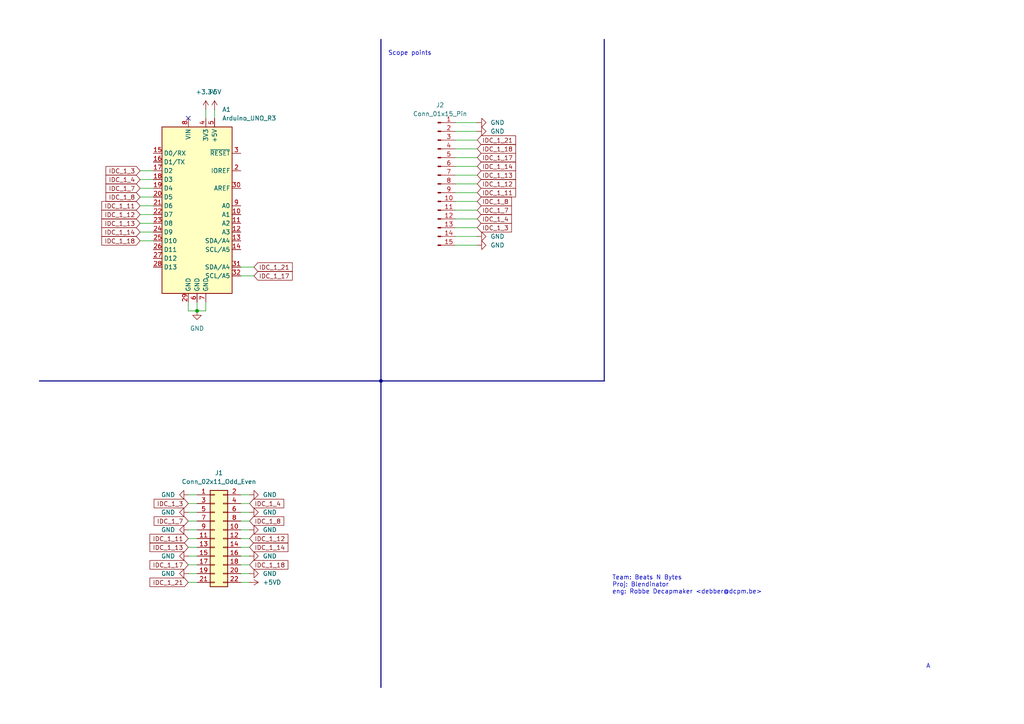
<source format=kicad_sch>
(kicad_sch (version 20231120) (generator "eeschema") (generator_version "8.0")
  (paper "A4")
  (lib_symbols
    (symbol "Connector:Conn_01x15_Pin" (pin_names (offset 1.016) hide)
      (property "Reference" "J" (at 0 20.32 0))
      (property "Value" "Conn_01x15_Pin" (at 0 -20.32 0))
      (symbol "Conn_01x15_Pin_1_1"
        (polyline (pts (xy 1.27 -17.78) (xy 0.8636 -17.78)) (stroke (width 0.1524)))
        (polyline (pts (xy 1.27 -15.24) (xy 0.8636 -15.24)) (stroke (width 0.1524)))
        (polyline (pts (xy 1.27 -12.7) (xy 0.8636 -12.7)) (stroke (width 0.1524)))
        (polyline (pts (xy 1.27 -10.16) (xy 0.8636 -10.16)) (stroke (width 0.1524)))
        (polyline (pts (xy 1.27 -7.62) (xy 0.8636 -7.62)) (stroke (width 0.1524)))
        (polyline (pts (xy 1.27 -5.08) (xy 0.8636 -5.08)) (stroke (width 0.1524)))
        (polyline (pts (xy 1.27 -2.54) (xy 0.8636 -2.54)) (stroke (width 0.1524)))
        (polyline (pts (xy 1.27 0) (xy 0.8636 0)) (stroke (width 0.1524)))
        (polyline (pts (xy 1.27 2.54) (xy 0.8636 2.54)) (stroke (width 0.1524)))
        (polyline (pts (xy 1.27 5.08) (xy 0.8636 5.08)) (stroke (width 0.1524)))
        (polyline (pts (xy 1.27 7.62) (xy 0.8636 7.62)) (stroke (width 0.1524)))
        (polyline (pts (xy 1.27 10.16) (xy 0.8636 10.16)) (stroke (width 0.1524)))
        (polyline (pts (xy 1.27 12.7) (xy 0.8636 12.7)) (stroke (width 0.1524)))
        (polyline (pts (xy 1.27 15.24) (xy 0.8636 15.24)) (stroke (width 0.1524)))
        (polyline (pts (xy 1.27 17.78) (xy 0.8636 17.78)) (stroke (width 0.1524)))
        (rectangle (start 0.8636 -17.653) (end 0 -17.907) (stroke (width 0.1524)) (fill (type outline)))
        (rectangle (start 0.8636 -15.113) (end 0 -15.367) (stroke (width 0.1524)) (fill (type outline)))
        (rectangle (start 0.8636 -12.573) (end 0 -12.827) (stroke (width 0.1524)) (fill (type outline)))
        (rectangle (start 0.8636 -10.033) (end 0 -10.287) (stroke (width 0.1524)) (fill (type outline)))
        (rectangle (start 0.8636 -7.493) (end 0 -7.747) (stroke (width 0.1524)) (fill (type outline)))
        (rectangle (start 0.8636 -4.953) (end 0 -5.207) (stroke (width 0.1524)) (fill (type outline)))
        (rectangle (start 0.8636 -2.413) (end 0 -2.667) (stroke (width 0.1524)) (fill (type outline)))
        (rectangle (start 0.8636 0.127) (end 0 -0.127) (stroke (width 0.1524)) (fill (type outline)))
        (rectangle (start 0.8636 2.667) (end 0 2.413) (stroke (width 0.1524)) (fill (type outline)))
        (rectangle (start 0.8636 5.207) (end 0 4.953) (stroke (width 0.1524)) (fill (type outline)))
        (rectangle (start 0.8636 7.747) (end 0 7.493) (stroke (width 0.1524)) (fill (type outline)))
        (rectangle (start 0.8636 10.287) (end 0 10.033) (stroke (width 0.1524)) (fill (type outline)))
        (rectangle (start 0.8636 12.827) (end 0 12.573) (stroke (width 0.1524)) (fill (type outline)))
        (rectangle (start 0.8636 15.367) (end 0 15.113) (stroke (width 0.1524)) (fill (type outline)))
        (rectangle (start 0.8636 17.907) (end 0 17.653) (stroke (width 0.1524)) (fill (type outline)))
        (pin passive line (at 5.08 17.78 180) (length 3.81) (name "Pin_1") (number "1"))
        (pin passive line (at 5.08 -5.08 180) (length 3.81) (name "Pin_10") (number "10"))
        (pin passive line (at 5.08 -7.62 180) (length 3.81) (name "Pin_11") (number "11"))
        (pin passive line (at 5.08 -10.16 180) (length 3.81) (name "Pin_12") (number "12"))
        (pin passive line (at 5.08 -12.7 180) (length 3.81) (name "Pin_13") (number "13"))
        (pin passive line (at 5.08 -15.24 180) (length 3.81) (name "Pin_14") (number "14"))
        (pin passive line (at 5.08 -17.78 180) (length 3.81) (name "Pin_15") (number "15"))
        (pin passive line (at 5.08 15.24 180) (length 3.81) (name "Pin_2") (number "2"))
        (pin passive line (at 5.08 12.7 180) (length 3.81) (name "Pin_3") (number "3"))
        (pin passive line (at 5.08 10.16 180) (length 3.81) (name "Pin_4") (number "4"))
        (pin passive line (at 5.08 7.62 180) (length 3.81) (name "Pin_5") (number "5"))
        (pin passive line (at 5.08 5.08 180) (length 3.81) (name "Pin_6") (number "6"))
        (pin passive line (at 5.08 2.54 180) (length 3.81) (name "Pin_7") (number "7"))
        (pin passive line (at 5.08 0 180) (length 3.81) (name "Pin_8") (number "8"))
        (pin passive line (at 5.08 -2.54 180) (length 3.81) (name "Pin_9") (number "9"))
      )
    )
    (symbol "Connector_Generic:Conn_02x11_Odd_Even" (pin_names (offset 1.016) hide)
      (property "Reference" "J" (at 1.27 15.24 0))
      (property "Value" "Conn_02x11_Odd_Even" (at 1.27 -15.24 0))
      (symbol "Conn_02x11_Odd_Even_1_1"
        (rectangle (start -1.27 -12.573) (end 0 -12.827) (stroke (width 0.1524)))
        (rectangle (start -1.27 -10.033) (end 0 -10.287) (stroke (width 0.1524)))
        (rectangle (start -1.27 -7.493) (end 0 -7.747) (stroke (width 0.1524)))
        (rectangle (start -1.27 -4.953) (end 0 -5.207) (stroke (width 0.1524)))
        (rectangle (start -1.27 -2.413) (end 0 -2.667) (stroke (width 0.1524)))
        (rectangle (start -1.27 0.127) (end 0 -0.127) (stroke (width 0.1524)))
        (rectangle (start -1.27 2.667) (end 0 2.413) (stroke (width 0.1524)))
        (rectangle (start -1.27 5.207) (end 0 4.953) (stroke (width 0.1524)))
        (rectangle (start -1.27 7.747) (end 0 7.493) (stroke (width 0.1524)))
        (rectangle (start -1.27 10.287) (end 0 10.033) (stroke (width 0.1524)))
        (rectangle (start -1.27 12.827) (end 0 12.573) (stroke (width 0.1524)))
        (rectangle (start -1.27 13.97) (end 3.81 -13.97) (stroke (width 0.254)) (fill (type background)))
        (rectangle (start 3.81 -12.573) (end 2.54 -12.827) (stroke (width 0.1524)))
        (rectangle (start 3.81 -10.033) (end 2.54 -10.287) (stroke (width 0.1524)))
        (rectangle (start 3.81 -7.493) (end 2.54 -7.747) (stroke (width 0.1524)))
        (rectangle (start 3.81 -4.953) (end 2.54 -5.207) (stroke (width 0.1524)))
        (rectangle (start 3.81 -2.413) (end 2.54 -2.667) (stroke (width 0.1524)))
        (rectangle (start 3.81 0.127) (end 2.54 -0.127) (stroke (width 0.1524)))
        (rectangle (start 3.81 2.667) (end 2.54 2.413) (stroke (width 0.1524)))
        (rectangle (start 3.81 5.207) (end 2.54 4.953) (stroke (width 0.1524)))
        (rectangle (start 3.81 7.747) (end 2.54 7.493) (stroke (width 0.1524)))
        (rectangle (start 3.81 10.287) (end 2.54 10.033) (stroke (width 0.1524)))
        (rectangle (start 3.81 12.827) (end 2.54 12.573) (stroke (width 0.1524)))
        (pin passive line (at -5.08 12.7 0) (length 3.81) (name "Pin_1") (number "1"))
        (pin passive line (at 7.62 2.54 180) (length 3.81) (name "Pin_10") (number "10"))
        (pin passive line (at -5.08 0 0) (length 3.81) (name "Pin_11") (number "11"))
        (pin passive line (at 7.62 0 180) (length 3.81) (name "Pin_12") (number "12"))
        (pin passive line (at -5.08 -2.54 0) (length 3.81) (name "Pin_13") (number "13"))
        (pin passive line (at 7.62 -2.54 180) (length 3.81) (name "Pin_14") (number "14"))
        (pin passive line (at -5.08 -5.08 0) (length 3.81) (name "Pin_15") (number "15"))
        (pin passive line (at 7.62 -5.08 180) (length 3.81) (name "Pin_16") (number "16"))
        (pin passive line (at -5.08 -7.62 0) (length 3.81) (name "Pin_17") (number "17"))
        (pin passive line (at 7.62 -7.62 180) (length 3.81) (name "Pin_18") (number "18"))
        (pin passive line (at -5.08 -10.16 0) (length 3.81) (name "Pin_19") (number "19"))
        (pin passive line (at 7.62 12.7 180) (length 3.81) (name "Pin_2") (number "2"))
        (pin passive line (at 7.62 -10.16 180) (length 3.81) (name "Pin_20") (number "20"))
        (pin passive line (at -5.08 -12.7 0) (length 3.81) (name "Pin_21") (number "21"))
        (pin passive line (at 7.62 -12.7 180) (length 3.81) (name "Pin_22") (number "22"))
        (pin passive line (at -5.08 10.16 0) (length 3.81) (name "Pin_3") (number "3"))
        (pin passive line (at 7.62 10.16 180) (length 3.81) (name "Pin_4") (number "4"))
        (pin passive line (at -5.08 7.62 0) (length 3.81) (name "Pin_5") (number "5"))
        (pin passive line (at 7.62 7.62 180) (length 3.81) (name "Pin_6") (number "6"))
        (pin passive line (at -5.08 5.08 0) (length 3.81) (name "Pin_7") (number "7"))
        (pin passive line (at 7.62 5.08 180) (length 3.81) (name "Pin_8") (number "8"))
        (pin passive line (at -5.08 2.54 0) (length 3.81) (name "Pin_9") (number "9"))
      )
    )
    (symbol "MCU_Module:Arduino_UNO_R3"
      (property "Reference" "A" (at -10.16 23.495 0))
      (property "Value" "Arduino_UNO_R3" (at 5.08 -26.67 0))
      (symbol "Arduino_UNO_R3_0_1"
        (rectangle (start -10.16 22.86) (end 10.16 -25.4) (stroke (width 0.254)) (fill (type background)))
      )
      (symbol "Arduino_UNO_R3_1_1"
        (pin no_connect line (at -10.16 -20.32 0) (length 2.54) hide (name "NC") (number "1"))
        (pin bidirectional line (at 12.7 -2.54 180) (length 2.54) (name "A1") (number "10"))
        (pin bidirectional line (at 12.7 -5.08 180) (length 2.54) (name "A2") (number "11"))
        (pin bidirectional line (at 12.7 -7.62 180) (length 2.54) (name "A3") (number "12"))
        (pin bidirectional line (at 12.7 -10.16 180) (length 2.54) (name "SDA/A4") (number "13"))
        (pin bidirectional line (at 12.7 -12.7 180) (length 2.54) (name "SCL/A5") (number "14"))
        (pin bidirectional line (at -12.7 15.24 0) (length 2.54) (name "D0/RX") (number "15"))
        (pin bidirectional line (at -12.7 12.7 0) (length 2.54) (name "D1/TX") (number "16"))
        (pin bidirectional line (at -12.7 10.16 0) (length 2.54) (name "D2") (number "17"))
        (pin bidirectional line (at -12.7 7.62 0) (length 2.54) (name "D3") (number "18"))
        (pin bidirectional line (at -12.7 5.08 0) (length 2.54) (name "D4") (number "19"))
        (pin output line (at 12.7 10.16 180) (length 2.54) (name "IOREF") (number "2"))
        (pin bidirectional line (at -12.7 2.54 0) (length 2.54) (name "D5") (number "20"))
        (pin bidirectional line (at -12.7 0 0) (length 2.54) (name "D6") (number "21"))
        (pin bidirectional line (at -12.7 -2.54 0) (length 2.54) (name "D7") (number "22"))
        (pin bidirectional line (at -12.7 -5.08 0) (length 2.54) (name "D8") (number "23"))
        (pin bidirectional line (at -12.7 -7.62 0) (length 2.54) (name "D9") (number "24"))
        (pin bidirectional line (at -12.7 -10.16 0) (length 2.54) (name "D10") (number "25"))
        (pin bidirectional line (at -12.7 -12.7 0) (length 2.54) (name "D11") (number "26"))
        (pin bidirectional line (at -12.7 -15.24 0) (length 2.54) (name "D12") (number "27"))
        (pin bidirectional line (at -12.7 -17.78 0) (length 2.54) (name "D13") (number "28"))
        (pin power_in line (at -2.54 -27.94 90) (length 2.54) (name "GND") (number "29"))
        (pin input line (at 12.7 15.24 180) (length 2.54) (name "~{RESET}") (number "3"))
        (pin input line (at 12.7 5.08 180) (length 2.54) (name "AREF") (number "30"))
        (pin bidirectional line (at 12.7 -17.78 180) (length 2.54) (name "SDA/A4") (number "31"))
        (pin bidirectional line (at 12.7 -20.32 180) (length 2.54) (name "SCL/A5") (number "32"))
        (pin power_out line (at 2.54 25.4 270) (length 2.54) (name "3V3") (number "4"))
        (pin power_out line (at 5.08 25.4 270) (length 2.54) (name "+5V") (number "5"))
        (pin power_in line (at 0 -27.94 90) (length 2.54) (name "GND") (number "6"))
        (pin power_in line (at 2.54 -27.94 90) (length 2.54) (name "GND") (number "7"))
        (pin power_in line (at -2.54 25.4 270) (length 2.54) (name "VIN") (number "8"))
        (pin bidirectional line (at 12.7 0 180) (length 2.54) (name "A0") (number "9"))
      )
    )
    (symbol "power:+3.3V" (power) (pin_numbers hide) (pin_names (offset 0) hide)
      (property "Value" "+3.3V" (at 0 3.556 0))
      (symbol "+3.3V_0_1"
        (polyline (pts (xy -0.762 1.27) (xy 0 2.54)))
        (polyline (pts (xy 0 0) (xy 0 2.54)))
        (polyline (pts (xy 0 2.54) (xy 0.762 1.27)))
      )
      (symbol "+3.3V_1_1"
        (pin power_in line (at 0 0 90) (length 0) (name "~") (number "1"))
      )
    )
    (symbol "power:+5V" (power) (pin_numbers hide) (pin_names (offset 0) hide)
      (property "Value" "+5V" (at 0 3.556 0))
      (symbol "+5V_0_1"
        (polyline (pts (xy -0.762 1.27) (xy 0 2.54)))
        (polyline (pts (xy 0 0) (xy 0 2.54)))
        (polyline (pts (xy 0 2.54) (xy 0.762 1.27)))
      )
      (symbol "+5V_1_1"
        (pin power_in line (at 0 0 90) (length 0) (name "~") (number "1"))
      )
    )
    (symbol "power:+5VD" (power) (pin_numbers hide) (pin_names (offset 0) hide)
      (property "Value" "+5VD" (at 0 3.556 0))
      (symbol "+5VD_0_1"
        (polyline (pts (xy -0.762 1.27) (xy 0 2.54)))
        (polyline (pts (xy 0 0) (xy 0 2.54)))
        (polyline (pts (xy 0 2.54) (xy 0.762 1.27)))
      )
      (symbol "+5VD_1_1"
        (pin power_in line (at 0 0 90) (length 0) (name "~") (number "1"))
      )
    )
    (symbol "power:GND" (power) (pin_numbers hide) (pin_names (offset 0) hide)
      (property "Value" "GND" (at 0 -3.81 0))
      (symbol "GND_0_1"
        (polyline (pts (xy 0 0) (xy 0 -1.27) (xy 1.27 -1.27) (xy 0 -2.54) (xy -1.27 -1.27) (xy 0 -1.27)))
      )
      (symbol "GND_1_1"
        (pin power_in line (at 0 0 270) (length 0) (name "~") (number "1"))
      )
    )
  )
  (junction (at 57.15 90.17))
  (junction (at 110.49 110.49))
  (no_connect (at 54.61 34.29))
  (wire (pts (xy 40.64 57.15) (xy 44.45 57.15)))
  (wire (pts (xy 69.85 163.83) (xy 72.39 163.83)))
  (bus (pts (xy 110.49 110.49) (xy 175.26 110.49)))
  (wire (pts (xy 132.08 53.34) (xy 138.43 53.34)))
  (wire (pts (xy 54.61 146.05) (xy 57.15 146.05)))
  (wire (pts (xy 69.85 146.05) (xy 72.39 146.05)))
  (wire (pts (xy 57.15 87.63) (xy 57.15 90.17)))
  (wire (pts (xy 40.64 67.31) (xy 44.45 67.31)))
  (wire (pts (xy 59.69 87.63) (xy 59.69 90.17)))
  (wire (pts (xy 54.61 168.91) (xy 57.15 168.91)))
  (wire (pts (xy 40.64 62.23) (xy 44.45 62.23)))
  (wire (pts (xy 132.08 38.1) (xy 138.43 38.1)))
  (wire (pts (xy 132.08 58.42) (xy 138.43 58.42)))
  (wire (pts (xy 62.23 31.75) (xy 62.23 34.29)))
  (wire (pts (xy 69.85 151.13) (xy 72.39 151.13)))
  (wire (pts (xy 132.08 40.64) (xy 138.43 40.64)))
  (wire (pts (xy 54.61 153.67) (xy 57.15 153.67)))
  (wire (pts (xy 132.08 35.56) (xy 138.43 35.56)))
  (wire (pts (xy 132.08 68.58) (xy 138.43 68.58)))
  (wire (pts (xy 40.64 59.69) (xy 44.45 59.69)))
  (bus (pts (xy 110.49 11.43) (xy 110.49 110.49)))
  (wire (pts (xy 69.85 161.29) (xy 72.39 161.29)))
  (wire (pts (xy 132.08 66.04) (xy 138.43 66.04)))
  (wire (pts (xy 69.85 153.67) (xy 72.39 153.67)))
  (wire (pts (xy 54.61 151.13) (xy 57.15 151.13)))
  (wire (pts (xy 40.64 52.07) (xy 44.45 52.07)))
  (wire (pts (xy 69.85 166.37) (xy 72.39 166.37)))
  (wire (pts (xy 40.64 49.53) (xy 44.45 49.53)))
  (wire (pts (xy 40.64 64.77) (xy 44.45 64.77)))
  (wire (pts (xy 69.85 80.01) (xy 73.66 80.01)))
  (wire (pts (xy 69.85 156.21) (xy 72.39 156.21)))
  (wire (pts (xy 40.64 69.85) (xy 44.45 69.85)))
  (wire (pts (xy 132.08 48.26) (xy 138.43 48.26)))
  (wire (pts (xy 132.08 71.12) (xy 138.43 71.12)))
  (wire (pts (xy 132.08 63.5) (xy 138.43 63.5)))
  (wire (pts (xy 54.61 148.59) (xy 57.15 148.59)))
  (wire (pts (xy 54.61 143.51) (xy 57.15 143.51)))
  (wire (pts (xy 54.61 163.83) (xy 57.15 163.83)))
  (wire (pts (xy 59.69 90.17) (xy 57.15 90.17)))
  (wire (pts (xy 54.61 158.75) (xy 57.15 158.75)))
  (wire (pts (xy 69.85 77.47) (xy 73.66 77.47)))
  (bus (pts (xy 175.26 11.43) (xy 175.26 110.49)))
  (wire (pts (xy 54.61 87.63) (xy 54.61 90.17)))
  (wire (pts (xy 69.85 143.51) (xy 72.39 143.51)))
  (wire (pts (xy 132.08 60.96) (xy 138.43 60.96)))
  (wire (pts (xy 59.69 31.75) (xy 59.69 34.29)))
  (wire (pts (xy 54.61 156.21) (xy 57.15 156.21)))
  (wire (pts (xy 69.85 148.59) (xy 72.39 148.59)))
  (wire (pts (xy 132.08 55.88) (xy 138.43 55.88)))
  (wire (pts (xy 132.08 45.72) (xy 138.43 45.72)))
  (bus (pts (xy 11.43 110.49) (xy 110.49 110.49)))
  (wire (pts (xy 40.64 54.61) (xy 44.45 54.61)))
  (bus (pts (xy 110.49 110.49) (xy 110.49 199.39)))
  (wire (pts (xy 69.85 168.91) (xy 72.39 168.91)))
  (wire (pts (xy 54.61 90.17) (xy 57.15 90.17)))
  (wire (pts (xy 69.85 158.75) (xy 72.39 158.75)))
  (wire (pts (xy 132.08 50.8) (xy 138.43 50.8)))
  (wire (pts (xy 54.61 161.29) (xy 57.15 161.29)))
  (wire (pts (xy 132.08 43.18) (xy 138.43 43.18)))
  (wire (pts (xy 54.61 166.37) (xy 57.15 166.37)))
  (text "Scope points" (at 118.872 15.494 0) (effects (font (size 1.27 1.27))))
  (text "A" (at 269.24 193.294 0) (effects (font (size 1.27 1.27))))
  (text "Team: Beats N Bytes\nProj: Blendinator\neng: Robbe Decapmaker <debber@dcpm.be>" (at 177.546 169.672 0) (effects (font (size 1.27 1.27)) (justify left)))
  (global_label "IDC_1_17" (shape input) (at 54.61 163.83 180) (property "Intersheetrefs" "${INTERSHEET_REFS}" (effects (hide yes))))
  (global_label "IDC_1_14" (shape input) (at 138.43 48.26 0) (property "Intersheetrefs" "${INTERSHEET_REFS}" (effects (hide yes))))
  (global_label "IDC_1_12" (shape input) (at 40.64 62.23 180) (property "Intersheetrefs" "${INTERSHEET_REFS}" (effects (hide yes))))
  (global_label "IDC_1_8" (shape input) (at 72.39 151.13 0) (property "Intersheetrefs" "${INTERSHEET_REFS}" (effects (hide yes))))
  (global_label "IDC_1_14" (shape input) (at 40.64 67.31 180) (property "Intersheetrefs" "${INTERSHEET_REFS}" (effects (hide yes))))
  (global_label "IDC_1_18" (shape input) (at 138.43 43.18 0) (property "Intersheetrefs" "${INTERSHEET_REFS}" (effects (hide yes))))
  (global_label "IDC_1_13" (shape input) (at 40.64 64.77 180) (property "Intersheetrefs" "${INTERSHEET_REFS}" (effects (hide yes))))
  (global_label "IDC_1_21" (shape input) (at 54.61 168.91 180) (property "Intersheetrefs" "${INTERSHEET_REFS}" (effects (hide yes))))
  (global_label "IDC_1_4" (shape input) (at 138.43 63.5 0) (property "Intersheetrefs" "${INTERSHEET_REFS}" (effects (hide yes))))
  (global_label "IDC_1_11" (shape input) (at 138.43 55.88 0) (property "Intersheetrefs" "${INTERSHEET_REFS}" (effects (hide yes))))
  (global_label "IDC_1_3" (shape input) (at 138.43 66.04 0) (property "Intersheetrefs" "${INTERSHEET_REFS}" (effects (hide yes))))
  (global_label "IDC_1_4" (shape input) (at 72.39 146.05 0) (property "Intersheetrefs" "${INTERSHEET_REFS}" (effects (hide yes))))
  (global_label "IDC_1_3" (shape input) (at 54.61 146.05 180) (property "Intersheetrefs" "${INTERSHEET_REFS}" (effects (hide yes))))
  (global_label "IDC_1_3" (shape input) (at 40.64 49.53 180) (property "Intersheetrefs" "${INTERSHEET_REFS}" (effects (hide yes))))
  (global_label "IDC_1_8" (shape input) (at 40.64 57.15 180) (property "Intersheetrefs" "${INTERSHEET_REFS}" (effects (hide yes))))
  (global_label "IDC_1_13" (shape input) (at 138.43 50.8 0) (property "Intersheetrefs" "${INTERSHEET_REFS}" (effects (hide yes))))
  (global_label "IDC_1_18" (shape input) (at 72.39 163.83 0) (property "Intersheetrefs" "${INTERSHEET_REFS}" (effects (hide yes))))
  (global_label "IDC_1_7" (shape input) (at 54.61 151.13 180) (property "Intersheetrefs" "${INTERSHEET_REFS}" (effects (hide yes))))
  (global_label "IDC_1_7" (shape input) (at 40.64 54.61 180) (property "Intersheetrefs" "${INTERSHEET_REFS}" (effects (hide yes))))
  (global_label "IDC_1_12" (shape input) (at 138.43 53.34 0) (property "Intersheetrefs" "${INTERSHEET_REFS}" (effects (hide yes))))
  (global_label "IDC_1_11" (shape input) (at 54.61 156.21 180) (property "Intersheetrefs" "${INTERSHEET_REFS}" (effects (hide yes))))
  (global_label "IDC_1_14" (shape input) (at 72.39 158.75 0) (property "Intersheetrefs" "${INTERSHEET_REFS}" (effects (hide yes))))
  (global_label "IDC_1_8" (shape input) (at 138.43 58.42 0) (property "Intersheetrefs" "${INTERSHEET_REFS}" (effects (hide yes))))
  (global_label "IDC_1_4" (shape input) (at 40.64 52.07 180) (property "Intersheetrefs" "${INTERSHEET_REFS}" (effects (hide yes))))
  (global_label "IDC_1_17" (shape input) (at 73.66 80.01 0) (property "Intersheetrefs" "${INTERSHEET_REFS}" (effects (hide yes))))
  (global_label "IDC_1_17" (shape input) (at 138.43 45.72 0) (property "Intersheetrefs" "${INTERSHEET_REFS}" (effects (hide yes))))
  (global_label "IDC_1_21" (shape input) (at 138.43 40.64 0) (property "Intersheetrefs" "${INTERSHEET_REFS}" (effects (hide yes))))
  (global_label "IDC_1_11" (shape input) (at 40.64 59.69 180) (property "Intersheetrefs" "${INTERSHEET_REFS}" (effects (hide yes))))
  (global_label "IDC_1_21" (shape input) (at 73.66 77.47 0) (property "Intersheetrefs" "${INTERSHEET_REFS}" (effects (hide yes))))
  (global_label "IDC_1_12" (shape input) (at 72.39 156.21 0) (property "Intersheetrefs" "${INTERSHEET_REFS}" (effects (hide yes))))
  (global_label "IDC_1_18" (shape input) (at 40.64 69.85 180) (property "Intersheetrefs" "${INTERSHEET_REFS}" (effects (hide yes))))
  (global_label "IDC_1_13" (shape input) (at 54.61 158.75 180) (property "Intersheetrefs" "${INTERSHEET_REFS}" (effects (hide yes))))
  (global_label "IDC_1_7" (shape input) (at 138.43 60.96 0) (property "Intersheetrefs" "${INTERSHEET_REFS}" (effects (hide yes))))
  (symbol (lib_id "power:GND") (at 72.39 143.51 90) (unit 1)
    (property "Reference" "#PWR09" (effects (hide yes)))
    (property "Value" "GND" (at 76.2 143.5099 90) (effects (justify right)))
    (property "Description" "Power symbol creates a global label with name \"GND\" , ground" (effects (hide yes)))
  )
  (symbol (lib_id "power:GND") (at 54.61 153.67 270) (unit 1)
    (property "Reference" "#PWR06" (effects (hide yes)))
    (property "Value" "GND" (at 50.8 153.6699 90) (effects (justify right)))
    (property "Description" "Power symbol creates a global label with name \"GND\" , ground" (effects (hide yes)))
  )
  (symbol (lib_id "power:GND") (at 54.61 143.51 270) (unit 1)
    (property "Reference" "#PWR04" (effects (hide yes)))
    (property "Value" "GND" (at 50.8 143.5099 90) (effects (justify right)))
    (property "Description" "Power symbol creates a global label with name \"GND\" , ground" (effects (hide yes)))
  )
  (symbol (lib_id "Connector_Generic:Conn_02x11_Odd_Even") (at 62.23 156.21 0) (unit 1)
    (property "Reference" "J1" (at 63.5 137.16 0))
    (property "Value" "Conn_02x11_Odd_Even" (at 63.5 139.7 0))
    (property "Footprint" "Connector_IDC:IDC-Header_2x11_P2.54mm_Vertical" (effects (hide yes)))
    (property "Description" "Generic connector, double row, 02x11, odd/even pin numbering scheme (row 1 odd numbers, row 2 even numbers), script generated (kicad-library-utils/schlib/autogen/connector/)" (effects (hide yes)))
  )
  (symbol (lib_id "power:GND") (at 54.61 161.29 270) (unit 1)
    (property "Reference" "#PWR07" (effects (hide yes)))
    (property "Value" "GND" (at 50.8 161.2899 90) (effects (justify right)))
    (property "Description" "Power symbol creates a global label with name \"GND\" , ground" (effects (hide yes)))
  )
  (symbol (lib_id "power:GND") (at 72.39 153.67 90) (unit 1)
    (property "Reference" "#PWR011" (effects (hide yes)))
    (property "Value" "GND" (at 76.2 153.6699 90) (effects (justify right)))
    (property "Description" "Power symbol creates a global label with name \"GND\" , ground" (effects (hide yes)))
  )
  (symbol (lib_id "MCU_Module:Arduino_UNO_R3") (at 57.15 59.69 0) (unit 1)
    (property "Reference" "A1" (at 64.4241 31.75 0) (effects (justify left)))
    (property "Value" "Arduino_UNO_R3" (at 64.4241 34.29 0) (effects (justify left)))
    (property "Footprint" "Module:Arduino_UNO_R3" (effects (hide yes)))
    (property "Datasheet" "https://www.arduino.cc/en/Main/arduinoBoardUno" (effects (hide yes)))
    (property "Description" "Arduino UNO Microcontroller Module, release 3" (effects (hide yes)))
  )
  (symbol (lib_id "power:+5VD") (at 72.39 168.91 270) (unit 1)
    (property "Reference" "#PWR014" (effects (hide yes)))
    (property "Value" "+5VD" (at 76.2 168.9099 90) (effects (justify left)))
    (property "Description" "Power symbol creates a global label with name \"+5VD\"" (effects (hide yes)))
  )
  (symbol (lib_id "power:GND") (at 72.39 161.29 90) (unit 1)
    (property "Reference" "#PWR012" (effects (hide yes)))
    (property "Value" "GND" (at 76.2 161.2899 90) (effects (justify right)))
    (property "Description" "Power symbol creates a global label with name \"GND\" , ground" (effects (hide yes)))
  )
  (symbol (lib_id "power:+5V") (at 62.23 31.75 0) (unit 1)
    (property "Reference" "#PWR02" (effects (hide yes)))
    (property "Value" "+5V" (at 62.23 26.67 0))
    (property "Description" "Power symbol creates a global label with name \"+5V\"" (effects (hide yes)))
  )
  (symbol (lib_id "power:GND") (at 138.43 35.56 90) (unit 1)
    (property "Reference" "#PWR018" (effects (hide yes)))
    (property "Value" "GND" (at 142.24 35.5599 90) (effects (justify right)))
    (property "Description" "Power symbol creates a global label with name \"GND\" , ground" (effects (hide yes)))
  )
  (symbol (lib_id "power:GND") (at 54.61 166.37 270) (unit 1)
    (property "Reference" "#PWR08" (effects (hide yes)))
    (property "Value" "GND" (at 50.8 166.3699 90) (effects (justify right)))
    (property "Description" "Power symbol creates a global label with name \"GND\" , ground" (effects (hide yes)))
  )
  (symbol (lib_id "power:GND") (at 72.39 148.59 90) (unit 1)
    (property "Reference" "#PWR010" (effects (hide yes)))
    (property "Value" "GND" (at 76.2 148.5899 90) (effects (justify right)))
    (property "Description" "Power symbol creates a global label with name \"GND\" , ground" (effects (hide yes)))
  )
  (symbol (lib_id "power:GND") (at 138.43 71.12 90) (unit 1)
    (property "Reference" "#PWR016" (effects (hide yes)))
    (property "Value" "GND" (at 142.24 71.1199 90) (effects (justify right)))
    (property "Description" "Power symbol creates a global label with name \"GND\" , ground" (effects (hide yes)))
  )
  (symbol (lib_id "power:GND") (at 138.43 38.1 90) (unit 1)
    (property "Reference" "#PWR017" (effects (hide yes)))
    (property "Value" "GND" (at 142.24 38.0999 90) (effects (justify right)))
    (property "Description" "Power symbol creates a global label with name \"GND\" , ground" (effects (hide yes)))
  )
  (symbol (lib_id "power:+3.3V") (at 59.69 31.75 0) (unit 1)
    (property "Reference" "#PWR01" (effects (hide yes)))
    (property "Value" "+3.3V" (at 59.69 26.67 0))
    (property "Description" "Power symbol creates a global label with name \"+3.3V\"" (effects (hide yes)))
  )
  (symbol (lib_id "power:GND") (at 54.61 148.59 270) (unit 1)
    (property "Reference" "#PWR05" (effects (hide yes)))
    (property "Value" "GND" (at 50.8 148.5899 90) (effects (justify right)))
    (property "Description" "Power symbol creates a global label with name \"GND\" , ground" (effects (hide yes)))
  )
  (symbol (lib_id "power:GND") (at 72.39 166.37 90) (unit 1)
    (property "Reference" "#PWR013" (effects (hide yes)))
    (property "Value" "GND" (at 76.2 166.3699 90) (effects (justify right)))
    (property "Description" "Power symbol creates a global label with name \"GND\" , ground" (effects (hide yes)))
  )
  (symbol (lib_id "Connector:Conn_01x15_Pin") (at 127 53.34 0) (unit 1)
    (property "Reference" "J2" (at 127.635 30.48 0))
    (property "Value" "Conn_01x15_Pin" (at 127.635 33.02 0))
    (property "Footprint" "Connector_PinHeader_2.54mm:PinHeader_1x15_P2.54mm_Vertical" (effects (hide yes)))
    (property "Description" "Generic connector, single row, 01x15, script generated" (effects (hide yes)))
  )
  (symbol (lib_id "power:GND") (at 57.15 90.17 0) (unit 1)
    (property "Reference" "#PWR03" (effects (hide yes)))
    (property "Value" "GND" (at 57.15 95.25 0))
    (property "Description" "Power symbol creates a global label with name \"GND\" , ground" (effects (hide yes)))
  )
  (symbol (lib_id "power:GND") (at 138.43 68.58 90) (unit 1)
    (property "Reference" "#PWR015" (effects (hide yes)))
    (property "Value" "GND" (at 142.24 68.5799 90) (effects (justify right)))
    (property "Description" "Power symbol creates a global label with name \"GND\" , ground" (effects (hide yes)))
  )
)
</source>
